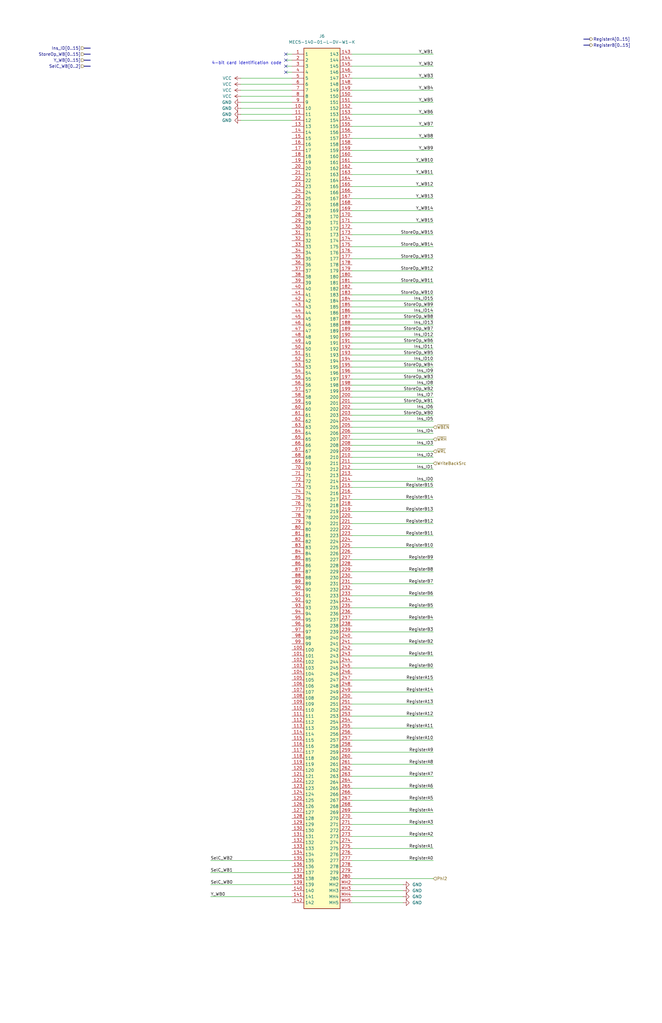
<source format=kicad_sch>
(kicad_sch (version 20250114) (generator "eeschema") (generator_version "9.0")
  (paper "USLedger" portrait)
  (title_block (date "2025-07-03") (rev "A"))
  (lib_symbols
    (symbol "Turtle16:MEC5-140-01-L-DV-W1-K"
      (property "Reference" "J" (at 21.59 7.62 0))
      (property "Value" "MEC5-140-01-L-DV-W1-K" (at 21.59 5.08 0))
      (symbol "MEC5-140-01-L-DV-W1-K_1_1"
        (rectangle (start 5.08 2.54) (end 20.32 -360.68) (stroke (width 0.254)) (fill (type background)))
        (pin passive line (at 0 0 0) (length 5.08) (name "1") (number "1"))
        (pin passive line (at 0 -2.54 0) (length 5.08) (name "2") (number "2"))
        (pin passive line (at 0 -5.08 0) (length 5.08) (name "3") (number "3"))
        (pin passive line (at 0 -7.62 0) (length 5.08) (name "4") (number "4"))
        (pin passive line (at 0 -10.16 0) (length 5.08) (name "5") (number "5"))
        (pin passive line (at 0 -12.7 0) (length 5.08) (name "6") (number "6"))
        (pin passive line (at 0 -15.24 0) (length 5.08) (name "7") (number "7"))
        (pin passive line (at 0 -17.78 0) (length 5.08) (name "8") (number "8"))
        (pin passive line (at 0 -20.32 0) (length 5.08) (name "9") (number "9"))
        (pin passive line (at 0 -22.86 0) (length 5.08) (name "10") (number "10"))
        (pin passive line (at 0 -25.4 0) (length 5.08) (name "11") (number "11"))
        (pin passive line (at 0 -27.94 0) (length 5.08) (name "12") (number "12"))
        (pin passive line (at 0 -30.48 0) (length 5.08) (name "13") (number "13"))
        (pin passive line (at 0 -33.02 0) (length 5.08) (name "14") (number "14"))
        (pin passive line (at 0 -35.56 0) (length 5.08) (name "15") (number "15"))
        (pin passive line (at 0 -38.1 0) (length 5.08) (name "16") (number "16"))
        (pin passive line (at 0 -40.64 0) (length 5.08) (name "17") (number "17"))
        (pin passive line (at 0 -43.18 0) (length 5.08) (name "18") (number "18"))
        (pin passive line (at 0 -45.72 0) (length 5.08) (name "19") (number "19"))
        (pin passive line (at 0 -48.26 0) (length 5.08) (name "20") (number "20"))
        (pin passive line (at 0 -50.8 0) (length 5.08) (name "21") (number "21"))
        (pin passive line (at 0 -53.34 0) (length 5.08) (name "22") (number "22"))
        (pin passive line (at 0 -55.88 0) (length 5.08) (name "23") (number "23"))
        (pin passive line (at 0 -58.42 0) (length 5.08) (name "24") (number "24"))
        (pin passive line (at 0 -60.96 0) (length 5.08) (name "25") (number "25"))
        (pin passive line (at 0 -63.5 0) (length 5.08) (name "26") (number "26"))
        (pin passive line (at 0 -66.04 0) (length 5.08) (name "27") (number "27"))
        (pin passive line (at 0 -68.58 0) (length 5.08) (name "28") (number "28"))
        (pin passive line (at 0 -71.12 0) (length 5.08) (name "29") (number "29"))
        (pin passive line (at 0 -73.66 0) (length 5.08) (name "30") (number "30"))
        (pin passive line (at 0 -76.2 0) (length 5.08) (name "31") (number "31"))
        (pin passive line (at 0 -78.74 0) (length 5.08) (name "32") (number "32"))
        (pin passive line (at 0 -81.28 0) (length 5.08) (name "33") (number "33"))
        (pin passive line (at 0 -83.82 0) (length 5.08) (name "34") (number "34"))
        (pin passive line (at 0 -86.36 0) (length 5.08) (name "35") (number "35"))
        (pin passive line (at 0 -88.9 0) (length 5.08) (name "36") (number "36"))
        (pin passive line (at 0 -91.44 0) (length 5.08) (name "37") (number "37"))
        (pin passive line (at 0 -93.98 0) (length 5.08) (name "38") (number "38"))
        (pin passive line (at 0 -96.52 0) (length 5.08) (name "39") (number "39"))
        (pin passive line (at 0 -99.06 0) (length 5.08) (name "40") (number "40"))
        (pin passive line (at 0 -101.6 0) (length 5.08) (name "41") (number "41"))
        (pin passive line (at 0 -104.14 0) (length 5.08) (name "42") (number "42"))
        (pin passive line (at 0 -106.68 0) (length 5.08) (name "43") (number "43"))
        (pin passive line (at 0 -109.22 0) (length 5.08) (name "44") (number "44"))
        (pin passive line (at 0 -111.76 0) (length 5.08) (name "45") (number "45"))
        (pin passive line (at 0 -114.3 0) (length 5.08) (name "46") (number "46"))
        (pin passive line (at 0 -116.84 0) (length 5.08) (name "47") (number "47"))
        (pin passive line (at 0 -119.38 0) (length 5.08) (name "48") (number "48"))
        (pin passive line (at 0 -121.92 0) (length 5.08) (name "49") (number "49"))
        (pin passive line (at 0 -124.46 0) (length 5.08) (name "50") (number "50"))
        (pin passive line (at 0 -127 0) (length 5.08) (name "51") (number "51"))
        (pin passive line (at 0 -129.54 0) (length 5.08) (name "52") (number "52"))
        (pin passive line (at 0 -132.08 0) (length 5.08) (name "53") (number "53"))
        (pin passive line (at 0 -134.62 0) (length 5.08) (name "54") (number "54"))
        (pin passive line (at 0 -137.16 0) (length 5.08) (name "55") (number "55"))
        (pin passive line (at 0 -139.7 0) (length 5.08) (name "56") (number "56"))
        (pin passive line (at 0 -142.24 0) (length 5.08) (name "57") (number "57"))
        (pin passive line (at 0 -144.78 0) (length 5.08) (name "58") (number "58"))
        (pin passive line (at 0 -147.32 0) (length 5.08) (name "59") (number "59"))
        (pin passive line (at 0 -149.86 0) (length 5.08) (name "60") (number "60"))
        (pin passive line (at 0 -152.4 0) (length 5.08) (name "61") (number "61"))
        (pin passive line (at 0 -154.94 0) (length 5.08) (name "62") (number "62"))
        (pin passive line (at 0 -157.48 0) (length 5.08) (name "63") (number "63"))
        (pin passive line (at 0 -160.02 0) (length 5.08) (name "64") (number "64"))
        (pin passive line (at 0 -162.56 0) (length 5.08) (name "65") (number "65"))
        (pin passive line (at 0 -165.1 0) (length 5.08) (name "66") (number "66"))
        (pin passive line (at 0 -167.64 0) (length 5.08) (name "67") (number "67"))
        (pin passive line (at 0 -170.18 0) (length 5.08) (name "68") (number "68"))
        (pin passive line (at 0 -172.72 0) (length 5.08) (name "69") (number "69"))
        (pin passive line (at 0 -175.26 0) (length 5.08) (name "70") (number "70"))
        (pin passive line (at 0 -177.8 0) (length 5.08) (name "71") (number "71"))
        (pin passive line (at 0 -180.34 0) (length 5.08) (name "72") (number "72"))
        (pin passive line (at 0 -182.88 0) (length 5.08) (name "73") (number "73"))
        (pin passive line (at 0 -185.42 0) (length 5.08) (name "74") (number "74"))
        (pin passive line (at 0 -187.96 0) (length 5.08) (name "75") (number "75"))
        (pin passive line (at 0 -190.5 0) (length 5.08) (name "76") (number "76"))
        (pin passive line (at 0 -193.04 0) (length 5.08) (name "77") (number "77"))
        (pin passive line (at 0 -195.58 0) (length 5.08) (name "78") (number "78"))
        (pin passive line (at 0 -198.12 0) (length 5.08) (name "79") (number "79"))
        (pin passive line (at 0 -200.66 0) (length 5.08) (name "80") (number "80"))
        (pin passive line (at 0 -203.2 0) (length 5.08) (name "81") (number "81"))
        (pin passive line (at 0 -205.74 0) (length 5.08) (name "82") (number "82"))
        (pin passive line (at 0 -208.28 0) (length 5.08) (name "83") (number "83"))
        (pin passive line (at 0 -210.82 0) (length 5.08) (name "84") (number "84"))
        (pin passive line (at 0 -213.36 0) (length 5.08) (name "85") (number "85"))
        (pin passive line (at 0 -215.9 0) (length 5.08) (name "86") (number "86"))
        (pin passive line (at 0 -218.44 0) (length 5.08) (name "87") (number "87"))
        (pin passive line (at 0 -220.98 0) (length 5.08) (name "88") (number "88"))
        (pin passive line (at 0 -223.52 0) (length 5.08) (name "89") (number "89"))
        (pin passive line (at 0 -226.06 0) (length 5.08) (name "90") (number "90"))
        (pin passive line (at 0 -228.6 0) (length 5.08) (name "91") (number "91"))
        (pin passive line (at 0 -231.14 0) (length 5.08) (name "92") (number "92"))
        (pin passive line (at 0 -233.68 0) (length 5.08) (name "93") (number "93"))
        (pin passive line (at 0 -236.22 0) (length 5.08) (name "94") (number "94"))
        (pin passive line (at 0 -238.76 0) (length 5.08) (name "95") (number "95"))
        (pin passive line (at 0 -241.3 0) (length 5.08) (name "96") (number "96"))
        (pin passive line (at 0 -243.84 0) (length 5.08) (name "97") (number "97"))
        (pin passive line (at 0 -246.38 0) (length 5.08) (name "98") (number "98"))
        (pin passive line (at 0 -248.92 0) (length 5.08) (name "99") (number "99"))
        (pin passive line (at 0 -251.46 0) (length 5.08) (name "100") (number "100"))
        (pin passive line (at 0 -254 0) (length 5.08) (name "101") (number "101"))
        (pin passive line (at 0 -256.54 0) (length 5.08) (name "102") (number "102"))
        (pin passive line (at 0 -259.08 0) (length 5.08) (name "103") (number "103"))
        (pin passive line (at 0 -261.62 0) (length 5.08) (name "104") (number "104"))
        (pin passive line (at 0 -264.16 0) (length 5.08) (name "105") (number "105"))
        (pin passive line (at 0 -266.7 0) (length 5.08) (name "106") (number "106"))
        (pin passive line (at 0 -269.24 0) (length 5.08) (name "107") (number "107"))
        (pin passive line (at 0 -271.78 0) (length 5.08) (name "108") (number "108"))
        (pin passive line (at 0 -274.32 0) (length 5.08) (name "109") (number "109"))
        (pin passive line (at 0 -276.86 0) (length 5.08) (name "110") (number "110"))
        (pin passive line (at 0 -279.4 0) (length 5.08) (name "111") (number "111"))
        (pin passive line (at 0 -281.94 0) (length 5.08) (name "112") (number "112"))
        (pin passive line (at 0 -284.48 0) (length 5.08) (name "113") (number "113"))
        (pin passive line (at 0 -287.02 0) (length 5.08) (name "114") (number "114"))
        (pin passive line (at 0 -289.56 0) (length 5.08) (name "115") (number "115"))
        (pin passive line (at 0 -292.1 0) (length 5.08) (name "116") (number "116"))
        (pin passive line (at 0 -294.64 0) (length 5.08) (name "117") (number "117"))
        (pin passive line (at 0 -297.18 0) (length 5.08) (name "118") (number "118"))
        (pin passive line (at 0 -299.72 0) (length 5.08) (name "119") (number "119"))
        (pin passive line (at 0 -302.26 0) (length 5.08) (name "120") (number "120"))
        (pin passive line (at 0 -304.8 0) (length 5.08) (name "121") (number "121"))
        (pin passive line (at 0 -307.34 0) (length 5.08) (name "122") (number "122"))
        (pin passive line (at 0 -309.88 0) (length 5.08) (name "123") (number "123"))
        (pin passive line (at 0 -312.42 0) (length 5.08) (name "124") (number "124"))
        (pin passive line (at 0 -314.96 0) (length 5.08) (name "125") (number "125"))
        (pin passive line (at 0 -317.5 0) (length 5.08) (name "126") (number "126"))
        (pin passive line (at 0 -320.04 0) (length 5.08) (name "127") (number "127"))
        (pin passive line (at 0 -322.58 0) (length 5.08) (name "128") (number "128"))
        (pin passive line (at 0 -325.12 0) (length 5.08) (name "129") (number "129"))
        (pin passive line (at 0 -327.66 0) (length 5.08) (name "130") (number "130"))
        (pin passive line (at 0 -330.2 0) (length 5.08) (name "131") (number "131"))
        (pin passive line (at 0 -332.74 0) (length 5.08) (name "132") (number "132"))
        (pin passive line (at 0 -335.28 0) (length 5.08) (name "133") (number "133"))
        (pin passive line (at 0 -337.82 0) (length 5.08) (name "134") (number "134"))
        (pin passive line (at 0 -340.36 0) (length 5.08) (name "135") (number "135"))
        (pin passive line (at 0 -342.9 0) (length 5.08) (name "136") (number "136"))
        (pin passive line (at 0 -345.44 0) (length 5.08) (name "137") (number "137"))
        (pin passive line (at 0 -347.98 0) (length 5.08) (name "138") (number "138"))
        (pin passive line (at 0 -350.52 0) (length 5.08) (name "139") (number "139"))
        (pin passive line (at 0 -353.06 0) (length 5.08) (name "140") (number "140"))
        (pin passive line (at 0 -355.6 0) (length 5.08) (name "141") (number "141"))
        (pin passive line (at 0 -358.14 0) (length 5.08) (name "142") (number "142"))
        (pin passive line (at 25.4 0 180) (length 5.08) (name "143") (number "143"))
        (pin passive line (at 25.4 -2.54 180) (length 5.08) (name "144") (number "144"))
        (pin passive line (at 25.4 -5.08 180) (length 5.08) (name "145") (number "145"))
        (pin passive line (at 25.4 -7.62 180) (length 5.08) (name "146") (number "146"))
        (pin passive line (at 25.4 -10.16 180) (length 5.08) (name "147") (number "147"))
        (pin passive line (at 25.4 -12.7 180) (length 5.08) (name "148") (number "148"))
        (pin passive line (at 25.4 -15.24 180) (length 5.08) (name "149") (number "149"))
        (pin passive line (at 25.4 -17.78 180) (length 5.08) (name "150") (number "150"))
        (pin passive line (at 25.4 -20.32 180) (length 5.08) (name "151") (number "151"))
        (pin passive line (at 25.4 -22.86 180) (length 5.08) (name "152") (number "152"))
        (pin passive line (at 25.4 -25.4 180) (length 5.08) (name "153") (number "153"))
        (pin passive line (at 25.4 -27.94 180) (length 5.08) (name "154") (number "154"))
        (pin passive line (at 25.4 -30.48 180) (length 5.08) (name "155") (number "155"))
        (pin passive line (at 25.4 -33.02 180) (length 5.08) (name "156") (number "156"))
        (pin passive line (at 25.4 -35.56 180) (length 5.08) (name "157") (number "157"))
        (pin passive line (at 25.4 -38.1 180) (length 5.08) (name "158") (number "158"))
        (pin passive line (at 25.4 -40.64 180) (length 5.08) (name "159") (number "159"))
        (pin passive line (at 25.4 -43.18 180) (length 5.08) (name "160") (number "160"))
        (pin passive line (at 25.4 -45.72 180) (length 5.08) (name "161") (number "161"))
        (pin passive line (at 25.4 -48.26 180) (length 5.08) (name "162") (number "162"))
        (pin passive line (at 25.4 -50.8 180) (length 5.08) (name "163") (number "163"))
        (pin passive line (at 25.4 -53.34 180) (length 5.08) (name "164") (number "164"))
        (pin passive line (at 25.4 -55.88 180) (length 5.08) (name "165") (number "165"))
        (pin passive line (at 25.4 -58.42 180) (length 5.08) (name "166") (number "166"))
        (pin passive line (at 25.4 -60.96 180) (length 5.08) (name "167") (number "167"))
        (pin passive line (at 25.4 -63.5 180) (length 5.08) (name "168") (number "168"))
        (pin passive line (at 25.4 -66.04 180) (length 5.08) (name "169") (number "169"))
        (pin passive line (at 25.4 -68.58 180) (length 5.08) (name "170") (number "170"))
        (pin passive line (at 25.4 -71.12 180) (length 5.08) (name "171") (number "171"))
        (pin passive line (at 25.4 -73.66 180) (length 5.08) (name "172") (number "172"))
        (pin passive line (at 25.4 -76.2 180) (length 5.08) (name "173") (number "173"))
        (pin passive line (at 25.4 -78.74 180) (length 5.08) (name "174") (number "174"))
        (pin passive line (at 25.4 -81.28 180) (length 5.08) (name "175") (number "175"))
        (pin passive line (at 25.4 -83.82 180) (length 5.08) (name "176") (number "176"))
        (pin passive line (at 25.4 -86.36 180) (length 5.08) (name "177") (number "177"))
        (pin passive line (at 25.4 -88.9 180) (length 5.08) (name "178") (number "178"))
        (pin passive line (at 25.4 -91.44 180) (length 5.08) (name "179") (number "179"))
        (pin passive line (at 25.4 -93.98 180) (length 5.08) (name "180") (number "180"))
        (pin passive line (at 25.4 -96.52 180) (length 5.08) (name "181") (number "181"))
        (pin passive line (at 25.4 -99.06 180) (length 5.08) (name "182") (number "182"))
        (pin passive line (at 25.4 -101.6 180) (length 5.08) (name "183") (number "183"))
        (pin passive line (at 25.4 -104.14 180) (length 5.08) (name "184") (number "184"))
        (pin passive line (at 25.4 -106.68 180) (length 5.08) (name "185") (number "185"))
        (pin passive line (at 25.4 -109.22 180) (length 5.08) (name "186") (number "186"))
        (pin passive line (at 25.4 -111.76 180) (length 5.08) (name "187") (number "187"))
        (pin passive line (at 25.4 -114.3 180) (length 5.08) (name "188") (number "188"))
        (pin passive line (at 25.4 -116.84 180) (length 5.08) (name "189") (number "189"))
        (pin passive line (at 25.4 -119.38 180) (length 5.08) (name "190") (number "190"))
        (pin passive line (at 25.4 -121.92 180) (length 5.08) (name "191") (number "191"))
        (pin passive line (at 25.4 -124.46 180) (length 5.08) (name "192") (number "192"))
        (pin passive line (at 25.4 -127 180) (length 5.08) (name "193") (number "193"))
        (pin passive line (at 25.4 -129.54 180) (length 5.08) (name "194") (number "194"))
        (pin passive line (at 25.4 -132.08 180) (length 5.08) (name "195") (number "195"))
        (pin passive line (at 25.4 -134.62 180) (length 5.08) (name "196") (number "196"))
        (pin passive line (at 25.4 -137.16 180) (length 5.08) (name "197") (number "197"))
        (pin passive line (at 25.4 -139.7 180) (length 5.08) (name "198") (number "198"))
        (pin passive line (at 25.4 -142.24 180) (length 5.08) (name "199") (number "199"))
        (pin passive line (at 25.4 -144.78 180) (length 5.08) (name "200") (number "200"))
        (pin passive line (at 25.4 -147.32 180) (length 5.08) (name "201") (number "201"))
        (pin passive line (at 25.4 -149.86 180) (length 5.08) (name "202") (number "202"))
        (pin passive line (at 25.4 -152.4 180) (length 5.08) (name "203") (number "203"))
        (pin passive line (at 25.4 -154.94 180) (length 5.08) (name "204") (number "204"))
        (pin passive line (at 25.4 -157.48 180) (length 5.08) (name "205") (number "205"))
        (pin passive line (at 25.4 -160.02 180) (length 5.08) (name "206") (number "206"))
        (pin passive line (at 25.4 -162.56 180) (length 5.08) (name "207") (number "207"))
        (pin passive line (at 25.4 -165.1 180) (length 5.08) (name "208") (number "208"))
        (pin passive line (at 25.4 -167.64 180) (length 5.08) (name "209") (number "209"))
        (pin passive line (at 25.4 -170.18 180) (length 5.08) (name "210") (number "210"))
        (pin passive line (at 25.4 -172.72 180) (length 5.08) (name "211") (number "211"))
        (pin passive line (at 25.4 -175.26 180) (length 5.08) (name "212") (number "212"))
        (pin passive line (at 25.4 -177.8 180) (length 5.08) (name "213") (number "213"))
        (pin passive line (at 25.4 -180.34 180) (length 5.08) (name "214") (number "214"))
        (pin passive line (at 25.4 -182.88 180) (length 5.08) (name "215") (number "215"))
        (pin passive line (at 25.4 -185.42 180) (length 5.08) (name "216") (number "216"))
        (pin passive line (at 25.4 -187.96 180) (length 5.08) (name "217") (number "217"))
        (pin passive line (at 25.4 -190.5 180) (length 5.08) (name "218") (number "218"))
        (pin passive line (at 25.4 -193.04 180) (length 5.08) (name "219") (number "219"))
        (pin passive line (at 25.4 -195.58 180) (length 5.08) (name "220") (number "220"))
        (pin passive line (at 25.4 -198.12 180) (length 5.08) (name "221") (number "221"))
        (pin passive line (at 25.4 -200.66 180) (length 5.08) (name "222") (number "222"))
        (pin passive line (at 25.4 -203.2 180) (length 5.08) (name "223") (number "223"))
        (pin passive line (at 25.4 -205.74 180) (length 5.08) (name "224") (number "224"))
        (pin passive line (at 25.4 -208.28 180) (length 5.08) (name "225") (number "225"))
        (pin passive line (at 25.4 -210.82 180) (length 5.08) (name "226") (number "226"))
        (pin passive line (at 25.4 -213.36 180) (length 5.08) (name "227") (number "227"))
        (pin passive line (at 25.4 -215.9 180) (length 5.08) (name "228") (number "228"))
        (pin passive line (at 25.4 -218.44 180) (length 5.08) (name "229") (number "229"))
        (pin passive line (at 25.4 -220.98 180) (length 5.08) (name "230") (number "230"))
        (pin passive line (at 25.4 -223.52 180) (length 5.08) (name "231") (number "231"))
        (pin passive line (at 25.4 -226.06 180) (length 5.08) (name "232") (number "232"))
        (pin passive line (at 25.4 -228.6 180) (length 5.08) (name "233") (number "233"))
        (pin passive line (at 25.4 -231.14 180) (length 5.08) (name "234") (number "234"))
        (pin passive line (at 25.4 -233.68 180) (length 5.08) (name "235") (number "235"))
        (pin passive line (at 25.4 -236.22 180) (length 5.08) (name "236") (number "236"))
        (pin passive line (at 25.4 -238.76 180) (length 5.08) (name "237") (number "237"))
        (pin passive line (at 25.4 -241.3 180) (length 5.08) (name "238") (number "238"))
        (pin passive line (at 25.4 -243.84 180) (length 5.08) (name "239") (number "239"))
        (pin passive line (at 25.4 -246.38 180) (length 5.08) (name "240") (number "240"))
        (pin passive line (at 25.4 -248.92 180) (length 5.08) (name "241") (number "241"))
        (pin passive line (at 25.4 -251.46 180) (length 5.08) (name "242") (number "242"))
        (pin passive line (at 25.4 -254 180) (length 5.08) (name "243") (number "243"))
        (pin passive line (at 25.4 -256.54 180) (length 5.08) (name "244") (number "244"))
        (pin passive line (at 25.4 -259.08 180) (length 5.08) (name "245") (number "245"))
        (pin passive line (at 25.4 -261.62 180) (length 5.08) (name "246") (number "246"))
        (pin passive line (at 25.4 -264.16 180) (length 5.08) (name "247") (number "247"))
        (pin passive line (at 25.4 -266.7 180) (length 5.08) (name "248") (number "248"))
        (pin passive line (at 25.4 -269.24 180) (length 5.08) (name "249") (number "249"))
        (pin passive line (at 25.4 -271.78 180) (length 5.08) (name "250") (number "250"))
        (pin passive line (at 25.4 -274.32 180) (length 5.08) (name "251") (number "251"))
        (pin passive line (at 25.4 -276.86 180) (length 5.08) (name "252") (number "252"))
        (pin passive line (at 25.4 -279.4 180) (length 5.08) (name "253") (number "253"))
        (pin passive line (at 25.4 -281.94 180) (length 5.08) (name "254") (number "254"))
        (pin passive line (at 25.4 -284.48 180) (length 5.08) (name "255") (number "255"))
        (pin passive line (at 25.4 -287.02 180) (length 5.08) (name "256") (number "256"))
        (pin passive line (at 25.4 -289.56 180) (length 5.08) (name "257") (number "257"))
        (pin passive line (at 25.4 -292.1 180) (length 5.08) (name "258") (number "258"))
        (pin passive line (at 25.4 -294.64 180) (length 5.08) (name "259") (number "259"))
        (pin passive line (at 25.4 -297.18 180) (length 5.08) (name "260") (number "260"))
        (pin passive line (at 25.4 -299.72 180) (length 5.08) (name "261") (number "261"))
        (pin passive line (at 25.4 -302.26 180) (length 5.08) (name "262") (number "262"))
        (pin passive line (at 25.4 -304.8 180) (length 5.08) (name "263") (number "263"))
        (pin passive line (at 25.4 -307.34 180) (length 5.08) (name "264") (number "264"))
        (pin passive line (at 25.4 -309.88 180) (length 5.08) (name "265") (number "265"))
        (pin passive line (at 25.4 -312.42 180) (length 5.08) (name "266") (number "266"))
        (pin passive line (at 25.4 -314.96 180) (length 5.08) (name "267") (number "267"))
        (pin passive line (at 25.4 -317.5 180) (length 5.08) (name "268") (number "268"))
        (pin passive line (at 25.4 -320.04 180) (length 5.08) (name "269") (number "269"))
        (pin passive line (at 25.4 -322.58 180) (length 5.08) (name "270") (number "270"))
        (pin passive line (at 25.4 -325.12 180) (length 5.08) (name "271") (number "271"))
        (pin passive line (at 25.4 -327.66 180) (length 5.08) (name "272") (number "272"))
        (pin passive line (at 25.4 -330.2 180) (length 5.08) (name "273") (number "273"))
        (pin passive line (at 25.4 -332.74 180) (length 5.08) (name "274") (number "274"))
        (pin passive line (at 25.4 -335.28 180) (length 5.08) (name "275") (number "275"))
        (pin passive line (at 25.4 -337.82 180) (length 5.08) (name "276") (number "276"))
        (pin passive line (at 25.4 -340.36 180) (length 5.08) (name "277") (number "277"))
        (pin passive line (at 25.4 -342.9 180) (length 5.08) (name "278") (number "278"))
        (pin passive line (at 25.4 -345.44 180) (length 5.08) (name "279") (number "279"))
        (pin passive line (at 25.4 -347.98 180) (length 5.08) (name "280") (number "280"))
        (pin passive line (at 25.4 -350.52 180) (length 5.08) (name "MH2") (number "MH2"))
        (pin passive line (at 25.4 -353.06 180) (length 5.08) (name "MH3") (number "MH3"))
        (pin passive line (at 25.4 -355.6 180) (length 5.08) (name "MH4") (number "MH4"))
        (pin passive line (at 25.4 -358.14 180) (length 5.08) (name "MH5") (number "MH5"))
      )
    )
    (symbol "power:GND" (power) (pin_numbers (hide yes)) (pin_names (offset 0) (hide yes))
      (property "Value" "GND" (at 0 -3.81 0))
      (symbol "GND_0_1"
        (polyline (pts (xy 0 0) (xy 0 -1.27) (xy 1.27 -1.27) (xy 0 -2.54) (xy -1.27 -1.27) (xy 0 -1.27)))
      )
      (symbol "GND_1_1"
        (pin power_in line (at 0 0 270) (length 0) (name "~") (number "1"))
      )
    )
    (symbol "power:VCC" (power) (pin_numbers (hide yes)) (pin_names (offset 0) (hide yes))
      (property "Value" "VCC" (at 0 3.556 0))
      (symbol "VCC_0_1"
        (polyline (pts (xy -0.762 1.27) (xy 0 2.54)))
        (polyline (pts (xy 0 2.54) (xy 0.762 1.27)))
        (polyline (pts (xy 0 0) (xy 0 2.54)))
      )
      (symbol "VCC_1_1"
        (pin power_in line (at 0 0 90) (length 0) (name "~") (number "1"))
      )
    )
  )
  (text "4-bit card identification code" (at 118.872 26.67 0) (effects (font (size 1.27 1.27)) (justify right)))
  (no_connect (at 120.65 22.86))
  (no_connect (at 120.65 27.94))
  (no_connect (at 120.65 30.48))
  (no_connect (at 120.65 25.4))
  (wire (pts (xy 182.88 22.86) (xy 148.59 22.86)))
  (wire (pts (xy 182.88 271.78) (xy 148.59 271.78)))
  (wire (pts (xy 182.88 162.56) (xy 148.59 162.56)))
  (wire (pts (xy 182.88 119.38) (xy 148.59 119.38)))
  (wire (pts (xy 182.88 195.58) (xy 148.59 195.58)))
  (wire (pts (xy 182.88 187.96) (xy 148.59 187.96)))
  (wire (pts (xy 101.6 43.18) (xy 123.19 43.18)))
  (wire (pts (xy 182.88 182.88) (xy 148.59 182.88)))
  (wire (pts (xy 101.6 50.8) (xy 123.19 50.8)))
  (wire (pts (xy 182.88 358.14) (xy 148.59 358.14)))
  (wire (pts (xy 182.88 215.9) (xy 148.59 215.9)))
  (wire (pts (xy 182.88 353.06) (xy 148.59 353.06)))
  (wire (pts (xy 182.88 193.04) (xy 148.59 193.04)))
  (wire (pts (xy 182.88 210.82) (xy 148.59 210.82)))
  (wire (pts (xy 170.18 378.46) (xy 148.59 378.46)))
  (wire (pts (xy 182.88 132.08) (xy 148.59 132.08)))
  (wire (pts (xy 182.88 220.98) (xy 148.59 220.98)))
  (wire (pts (xy 182.88 297.18) (xy 148.59 297.18)))
  (wire (pts (xy 182.88 27.94) (xy 148.59 27.94)))
  (bus (pts (xy 35.56 27.94) (xy 38.1 27.94)))
  (wire (pts (xy 182.88 137.16) (xy 148.59 137.16)))
  (wire (pts (xy 182.88 93.98) (xy 148.59 93.98)))
  (bus (pts (xy 35.56 22.86) (xy 38.1 22.86)))
  (wire (pts (xy 101.6 33.02) (xy 123.19 33.02)))
  (wire (pts (xy 148.59 370.84) (xy 182.88 370.84)))
  (wire (pts (xy 182.88 177.8) (xy 148.59 177.8)))
  (wire (pts (xy 182.88 292.1) (xy 148.59 292.1)))
  (wire (pts (xy 182.88 142.24) (xy 148.59 142.24)))
  (wire (pts (xy 101.6 38.1) (xy 123.19 38.1)))
  (wire (pts (xy 182.88 165.1) (xy 148.59 165.1)))
  (wire (pts (xy 182.88 63.5) (xy 148.59 63.5)))
  (wire (pts (xy 120.65 27.94) (xy 123.19 27.94)))
  (bus (pts (xy 248.92 16.51) (xy 246.38 16.51)))
  (wire (pts (xy 182.88 302.26) (xy 148.59 302.26)))
  (wire (pts (xy 182.88 256.54) (xy 148.59 256.54)))
  (wire (pts (xy 182.88 276.86) (xy 148.59 276.86)))
  (wire (pts (xy 182.88 175.26) (xy 148.59 175.26)))
  (wire (pts (xy 182.88 88.9) (xy 148.59 88.9)))
  (wire (pts (xy 182.88 322.58) (xy 148.59 322.58)))
  (bus (pts (xy 248.92 19.05) (xy 246.38 19.05)))
  (wire (pts (xy 182.88 190.5) (xy 148.59 190.5)))
  (wire (pts (xy 182.88 167.64) (xy 148.59 167.64)))
  (wire (pts (xy 170.18 381) (xy 148.59 381)))
  (wire (pts (xy 88.9 368.3) (xy 123.19 368.3)))
  (wire (pts (xy 182.88 53.34) (xy 148.59 53.34)))
  (wire (pts (xy 182.88 307.34) (xy 148.59 307.34)))
  (wire (pts (xy 101.6 40.64) (xy 123.19 40.64)))
  (bus (pts (xy 35.56 20.32) (xy 38.1 20.32)))
  (wire (pts (xy 182.88 337.82) (xy 148.59 337.82)))
  (bus (pts (xy 35.56 25.4) (xy 38.1 25.4)))
  (wire (pts (xy 182.88 124.46) (xy 148.59 124.46)))
  (wire (pts (xy 182.88 185.42) (xy 148.59 185.42)))
  (wire (pts (xy 182.88 170.18) (xy 148.59 170.18)))
  (wire (pts (xy 88.9 378.46) (xy 123.19 378.46)))
  (wire (pts (xy 182.88 48.26) (xy 148.59 48.26)))
  (wire (pts (xy 182.88 287.02) (xy 148.59 287.02)))
  (wire (pts (xy 120.65 25.4) (xy 123.19 25.4)))
  (wire (pts (xy 182.88 73.66) (xy 148.59 73.66)))
  (wire (pts (xy 182.88 231.14) (xy 148.59 231.14)))
  (wire (pts (xy 182.88 78.74) (xy 148.59 78.74)))
  (wire (pts (xy 182.88 251.46) (xy 148.59 251.46)))
  (wire (pts (xy 182.88 139.7) (xy 148.59 139.7)))
  (wire (pts (xy 182.88 33.02) (xy 148.59 33.02)))
  (wire (pts (xy 182.88 38.1) (xy 148.59 38.1)))
  (wire (pts (xy 182.88 180.34) (xy 148.59 180.34)))
  (wire (pts (xy 182.88 317.5) (xy 148.59 317.5)))
  (wire (pts (xy 182.88 127) (xy 148.59 127)))
  (wire (pts (xy 182.88 68.58) (xy 148.59 68.58)))
  (wire (pts (xy 182.88 149.86) (xy 148.59 149.86)))
  (wire (pts (xy 182.88 205.74) (xy 148.59 205.74)))
  (wire (pts (xy 101.6 48.26) (xy 123.19 48.26)))
  (wire (pts (xy 88.9 373.38) (xy 123.19 373.38)))
  (wire (pts (xy 182.88 363.22) (xy 148.59 363.22)))
  (wire (pts (xy 170.18 375.92) (xy 148.59 375.92)))
  (wire (pts (xy 182.88 99.06) (xy 148.59 99.06)))
  (wire (pts (xy 120.65 30.48) (xy 123.19 30.48)))
  (wire (pts (xy 182.88 129.54) (xy 148.59 129.54)))
  (wire (pts (xy 182.88 114.3) (xy 148.59 114.3)))
  (wire (pts (xy 182.88 109.22) (xy 148.59 109.22)))
  (wire (pts (xy 182.88 104.14) (xy 148.59 104.14)))
  (wire (pts (xy 182.88 154.94) (xy 148.59 154.94)))
  (wire (pts (xy 182.88 246.38) (xy 148.59 246.38)))
  (wire (pts (xy 182.88 347.98) (xy 148.59 347.98)))
  (wire (pts (xy 182.88 281.94) (xy 148.59 281.94)))
  (wire (pts (xy 182.88 144.78) (xy 148.59 144.78)))
  (wire (pts (xy 182.88 83.82) (xy 148.59 83.82)))
  (wire (pts (xy 182.88 327.66) (xy 148.59 327.66)))
  (wire (pts (xy 101.6 35.56) (xy 123.19 35.56)))
  (wire (pts (xy 182.88 342.9) (xy 148.59 342.9)))
  (wire (pts (xy 182.88 58.42) (xy 148.59 58.42)))
  (wire (pts (xy 182.88 160.02) (xy 148.59 160.02)))
  (wire (pts (xy 182.88 312.42) (xy 148.59 312.42)))
  (wire (pts (xy 182.88 266.7) (xy 148.59 266.7)))
  (wire (pts (xy 182.88 43.18) (xy 148.59 43.18)))
  (wire (pts (xy 182.88 241.3) (xy 148.59 241.3)))
  (wire (pts (xy 182.88 261.62) (xy 148.59 261.62)))
  (wire (pts (xy 182.88 172.72) (xy 148.59 172.72)))
  (wire (pts (xy 101.6 45.72) (xy 123.19 45.72)))
  (wire (pts (xy 182.88 147.32) (xy 148.59 147.32)))
  (wire (pts (xy 182.88 134.62) (xy 148.59 134.62)))
  (wire (pts (xy 88.9 363.22) (xy 123.19 363.22)))
  (wire (pts (xy 182.88 332.74) (xy 148.59 332.74)))
  (wire (pts (xy 120.65 22.86) (xy 123.19 22.86)))
  (wire (pts (xy 182.88 198.12) (xy 148.59 198.12)))
  (wire (pts (xy 182.88 236.22) (xy 148.59 236.22)))
  (wire (pts (xy 182.88 203.2) (xy 148.59 203.2)))
  (wire (pts (xy 182.88 226.06) (xy 148.59 226.06)))
  (wire (pts (xy 182.88 152.4) (xy 148.59 152.4)))
  (wire (pts (xy 182.88 157.48) (xy 148.59 157.48)))
  (wire (pts (xy 170.18 373.38) (xy 148.59 373.38)))
  (label "RegisterB0" (at 182.88 281.94 180))
  (label "Ins_ID1" (at 182.88 198.12 180))
  (label "RegisterA4" (at 182.88 342.9 180))
  (label "Y_WB1" (at 182.88 22.86 180))
  (label "RegisterA7" (at 182.88 327.66 180))
  (label "SelC_WB0" (at 88.9 373.38 0))
  (label "RegisterB10" (at 182.88 231.14 180))
  (label "Ins_ID9" (at 182.88 157.48 180))
  (label "Ins_ID8" (at 182.88 162.56 180))
  (label "RegisterB4" (at 182.88 261.62 180))
  (label "StoreOp_WB12" (at 182.88 114.3 180))
  (label "Y_WB0" (at 88.9 378.46 0))
  (label "Y_WB4" (at 182.88 38.1 180))
  (label "StoreOp_WB9" (at 182.88 129.54 180))
  (label "RegisterB6" (at 182.88 251.46 180))
  (label "Y_WB9" (at 182.88 63.5 180))
  (label "RegisterB5" (at 182.88 256.54 180))
  (label "StoreOp_WB13" (at 182.88 109.22 180))
  (label "RegisterA8" (at 182.88 322.58 180))
  (label "StoreOp_WB2" (at 182.88 165.1 180))
  (label "Y_WB13" (at 182.88 83.82 180))
  (label "Y_WB10" (at 182.88 68.58 180))
  (label "RegisterB1" (at 182.88 276.86 180))
  (label "Ins_ID2" (at 182.88 193.04 180))
  (label "StoreOp_WB7" (at 182.88 139.7 180))
  (label "Y_WB14" (at 182.88 88.9 180))
  (label "RegisterA12" (at 182.88 302.26 180))
  (label "Ins_ID11" (at 182.88 147.32 180))
  (label "Y_WB12" (at 182.88 78.74 180))
  (label "RegisterA2" (at 182.88 353.06 180))
  (label "Ins_ID10" (at 182.88 152.4 180))
  (label "RegisterB14" (at 182.88 210.82 180))
  (label "Y_WB6" (at 182.88 48.26 180))
  (label "SelC_WB1" (at 88.9 368.3 0))
  (label "RegisterB3" (at 182.88 266.7 180))
  (label "Y_WB7" (at 182.88 53.34 180))
  (label "StoreOp_WB8" (at 182.88 134.62 180))
  (label "RegisterA6" (at 182.88 332.74 180))
  (label "StoreOp_WB6" (at 182.88 144.78 180))
  (label "StoreOp_WB0" (at 182.88 175.26 180))
  (label "StoreOp_WB11" (at 182.88 119.38 180))
  (label "RegisterA11" (at 182.88 307.34 180))
  (label "Y_WB15" (at 182.88 93.98 180))
  (label "RegisterA10" (at 182.88 312.42 180))
  (label "SelC_WB2" (at 88.9 363.22 0))
  (label "StoreOp_WB5" (at 182.88 149.86 180))
  (label "Ins_ID7" (at 182.88 167.64 180))
  (label "RegisterB12" (at 182.88 220.98 180))
  (label "StoreOp_WB1" (at 182.88 170.18 180))
  (label "StoreOp_WB4" (at 182.88 154.94 180))
  (label "RegisterB11" (at 182.88 226.06 180))
  (label "RegisterA1" (at 182.88 358.14 180))
  (label "StoreOp_WB14" (at 182.88 104.14 180))
  (label "RegisterB7" (at 182.88 246.38 180))
  (label "RegisterA14" (at 182.88 292.1 180))
  (label "Ins_ID15" (at 182.88 127 180))
  (label "RegisterA5" (at 182.88 337.82 180))
  (label "Y_WB11" (at 182.88 73.66 180))
  (label "RegisterB15" (at 182.88 205.74 180))
  (label "RegisterB8" (at 182.88 241.3 180))
  (label "RegisterB13" (at 182.88 215.9 180))
  (label "Y_WB8" (at 182.88 58.42 180))
  (label "Ins_ID3" (at 182.88 187.96 180))
  (label "StoreOp_WB3" (at 182.88 160.02 180))
  (label "Y_WB3" (at 182.88 33.02 180))
  (label "Ins_ID4" (at 182.88 182.88 180))
  (label "Ins_ID0" (at 182.88 203.2 180))
  (label "Ins_ID13" (at 182.88 137.16 180))
  (label "Ins_ID6" (at 182.88 172.72 180))
  (label "RegisterA0" (at 182.88 363.22 180))
  (label "StoreOp_WB15" (at 182.88 99.06 180))
  (label "RegisterA9" (at 182.88 317.5 180))
  (label "Ins_ID5" (at 182.88 177.8 180))
  (label "Y_WB2" (at 182.88 27.94 180))
  (label "RegisterA3" (at 182.88 347.98 180))
  (label "RegisterB2" (at 182.88 271.78 180))
  (label "Y_WB5" (at 182.88 43.18 180))
  (label "RegisterB9" (at 182.88 236.22 180))
  (label "RegisterA15" (at 182.88 287.02 180))
  (label "RegisterA13" (at 182.88 297.18 180))
  (label "Ins_ID14" (at 182.88 132.08 180))
  (label "StoreOp_WB10" (at 182.88 124.46 180))
  (label "Ins_ID12" (at 182.88 142.24 180))
  (hierarchical_label "StoreOp_WB[0..15]" (shape input) (at 35.56 22.86 180))
  (hierarchical_label "Y_WB[0..15]" (shape input) (at 35.56 25.4 180))
  (hierarchical_label "SelC_WB[0..2]" (shape input) (at 35.56 27.94 180))
  (hierarchical_label "~{WBEN}" (shape input) (at 182.88 180.34 0))
  (hierarchical_label "Phi2" (shape input) (at 182.88 370.84 0))
  (hierarchical_label "RegisterA[0..15]" (shape output) (at 248.92 16.51 0))
  (hierarchical_label "~{WRL}" (shape input) (at 182.88 190.5 0))
  (hierarchical_label "RegisterB[0..15]" (shape output) (at 248.92 19.05 0))
  (hierarchical_label "~{WRH}" (shape input) (at 182.88 185.42 0))
  (hierarchical_label "Ins_ID[0..15]" (shape input) (at 35.56 20.32 180))
  (hierarchical_label "WriteBackSrc" (shape input) (at 182.88 195.58 0))
  (symbol (lib_id "power:VCC") (at 101.6 33.02 90) (unit 1)
    (property "Reference" "#PWR062" (effects (hide yes)))
    (property "Value" "VCC" (at 97.79 33.0199 90) (effects (justify left)))
    (property "Description" "Power symbol creates a global label with name \"VCC\"" (effects (hide yes)))
  )
  (symbol (lib_id "power:VCC") (at 101.6 38.1 90) (unit 1)
    (property "Reference" "#PWR064" (effects (hide yes)))
    (property "Value" "VCC" (at 97.79 38.0999 90) (effects (justify left)))
    (property "Description" "Power symbol creates a global label with name \"VCC\"" (effects (hide yes)))
  )
  (symbol (lib_id "power:GND") (at 101.6 45.72 270) (unit 1)
    (property "Reference" "#PWR067" (effects (hide yes)))
    (property "Value" "GND" (at 97.79 45.7199 90) (effects (justify right)))
    (property "Description" "Power symbol creates a global label with name \"GND\" , ground" (effects (hide yes)))
  )
  (symbol (lib_id "power:GND") (at 101.6 50.8 270) (unit 1)
    (property "Reference" "#PWR069" (effects (hide yes)))
    (property "Value" "GND" (at 97.79 50.7999 90) (effects (justify right)))
    (property "Description" "Power symbol creates a global label with name \"GND\" , ground" (effects (hide yes)))
  )
  (symbol (lib_id "power:GND") (at 170.18 378.46 90) (mirror x) (unit 1)
    (property "Reference" "#PWR0814" (effects (hide yes)))
    (property "Value" "GND" (at 173.99 378.4599 90) (effects (justify right)))
    (property "Description" "Power symbol creates a global label with name \"GND\" , ground" (effects (hide yes)))
  )
  (symbol (lib_id "power:GND") (at 170.18 375.92 90) (mirror x) (unit 1)
    (property "Reference" "#PWR0813" (effects (hide yes)))
    (property "Value" "GND" (at 173.99 375.9199 90) (effects (justify right)))
    (property "Description" "Power symbol creates a global label with name \"GND\" , ground" (effects (hide yes)))
  )
  (symbol (lib_id "power:VCC") (at 101.6 40.64 90) (unit 1)
    (property "Reference" "#PWR065" (effects (hide yes)))
    (property "Value" "VCC" (at 97.79 40.6399 90) (effects (justify left)))
    (property "Description" "Power symbol creates a global label with name \"VCC\"" (effects (hide yes)))
  )
  (symbol (lib_id "Turtle16:MEC5-140-01-L-DV-W1-K") (at 123.19 22.86 0) (unit 1)
    (property "Reference" "J6" (at 135.89 15.24 0))
    (property "Value" "MEC5-140-01-L-DV-W1-K" (at 135.89 17.78 0))
    (property "Footprint" "Turtle16:MEC514001LDVW1K" (effects (hide yes)))
    (property "Datasheet" "https://suddendocs.samtec.com/prints/mec5-xxx-xx-x-dv-xx-k-xx-mkt.pdf" (effects (hide yes)))
    (property "Description" "Standard Card Edge Connectors MEC5-DV vert conn 140 pos per row" (effects (hide yes)))
    (property "Height" "10.35" (effects (hide yes)))
    (property "Mouser Part Number" "200-MEC514001LDVW1K" (effects (hide yes)))
    (property "Mouser Price/Stock" "https://www.mouser.co.uk/ProductDetail/Samtec/MEC5-140-01-L-DV-W1-K?qs=XeJtXLiO41SNck3klUeiMQ%3D%3D" (effects (hide yes)))
    (property "Manufacturer_Name" "SAMTEC" (effects (hide yes)))
    (property "Manufacturer_Part_Number" "MEC5-140-01-L-DV-W1-K" (effects (hide yes)))
  )
  (symbol (lib_id "power:VCC") (at 101.6 35.56 90) (unit 1)
    (property "Reference" "#PWR063" (effects (hide yes)))
    (property "Value" "VCC" (at 97.79 35.5599 90) (effects (justify left)))
    (property "Description" "Power symbol creates a global label with name \"VCC\"" (effects (hide yes)))
  )
  (symbol (lib_id "power:GND") (at 170.18 373.38 90) (mirror x) (unit 1)
    (property "Reference" "#PWR0812" (effects (hide yes)))
    (property "Value" "GND" (at 173.99 373.3799 90) (effects (justify right)))
    (property "Description" "Power symbol creates a global label with name \"GND\" , ground" (effects (hide yes)))
  )
  (symbol (lib_id "power:GND") (at 101.6 43.18 270) (unit 1)
    (property "Reference" "#PWR066" (effects (hide yes)))
    (property "Value" "GND" (at 97.79 43.1799 90) (effects (justify right)))
    (property "Description" "Power symbol creates a global label with name \"GND\" , ground" (effects (hide yes)))
  )
  (symbol (lib_id "power:GND") (at 170.18 381 90) (mirror x) (unit 1)
    (property "Reference" "#PWR0815" (effects (hide yes)))
    (property "Value" "GND" (at 173.99 380.9999 90) (effects (justify right)))
    (property "Description" "Power symbol creates a global label with name \"GND\" , ground" (effects (hide yes)))
  )
  (symbol (lib_id "power:GND") (at 101.6 48.26 270) (unit 1)
    (property "Reference" "#PWR068" (effects (hide yes)))
    (property "Value" "GND" (at 97.79 48.2599 90) (effects (justify right)))
    (property "Description" "Power symbol creates a global label with name \"GND\" , ground" (effects (hide yes)))
  )
)
</source>
